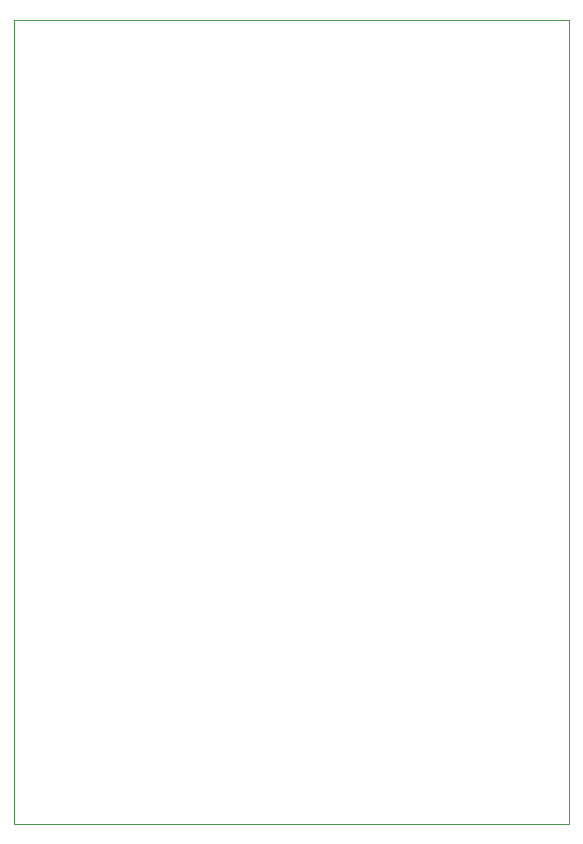
<source format=gbr>
%TF.GenerationSoftware,KiCad,Pcbnew,(5.1.9)-1*%
%TF.CreationDate,2021-10-29T07:15:38-06:00*%
%TF.ProjectId,throttle_controller,7468726f-7474-46c6-955f-636f6e74726f,rev?*%
%TF.SameCoordinates,Original*%
%TF.FileFunction,Profile,NP*%
%FSLAX46Y46*%
G04 Gerber Fmt 4.6, Leading zero omitted, Abs format (unit mm)*
G04 Created by KiCad (PCBNEW (5.1.9)-1) date 2021-10-29 07:15:38*
%MOMM*%
%LPD*%
G01*
G04 APERTURE LIST*
%TA.AperFunction,Profile*%
%ADD10C,0.050000*%
%TD*%
G04 APERTURE END LIST*
D10*
X128976000Y-82330000D02*
X175976000Y-82330000D01*
X128976000Y-150330000D02*
X128976000Y-82330000D01*
X175976000Y-150330000D02*
X128976000Y-150330000D01*
X175976000Y-82330000D02*
X175976000Y-150330000D01*
M02*

</source>
